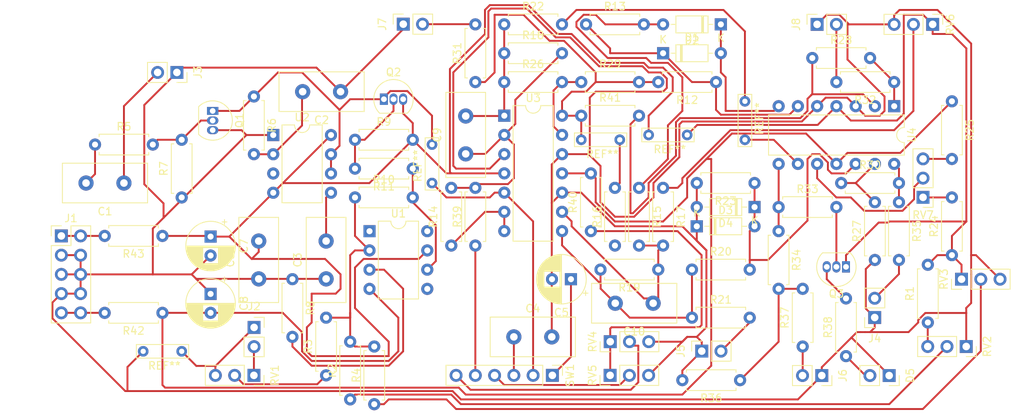
<source format=kicad_pcb>
(kicad_pcb (version 20211014) (generator pcbnew)
  (layers (0 "F.Cu" signal) (31 "B.Cu" signal) (34 "B.Paste" user) (35 "F.Paste" user) (36 "B.SilkS" user "B.Silkscreen") (37 "F.SilkS" user "F.Silkscreen") (38 "B.Mask" user) (39 "F.Mask" user) (44 "Edge.Cuts" user))
  (net 0 "")
  (net 1 "SYNC")
  (net 2 "Net-(C1-Pad2)")
  (net 3 "GND")
  (net 4 "Net-(C2-Pad2)")
  (net 5 "Net-(C3-Pad2)")
  (net 6 "Net-(C4-Pad1)")
  (net 7 "Net-(C5-Pad1)")
  (net 8 "+12V")
  (net 9 "-12V")
  (net 10 "Net-(C9-Pad1)")
  (net 11 "Net-(C9-Pad2)")
  (net 12 "Net-(C10-Pad1)")
  (net 13 "Net-(C10-Pad2)")
  (net 14 "Net-(D1-Pad1)")
  (net 15 "Net-(D1-Pad2)")
  (net 16 "Net-(D2-Pad2)")
  (net 17 "Net-(D3-Pad2)")
  (net 18 "Net-(D5-Pad2)")
  (net 19 "Net-(J2-Pad2)")
  (net 20 "Net-(J4-Pad2)")
  (net 21 "TRI")
  (net 22 "PULSE")
  (net 23 "SAW")
  (net 24 "RAMP")
  (net 25 "Net-(Q1-Pad1)")
  (net 26 "Net-(Q1-Pad2)")
  (net 27 "Net-(Q2-Pad2)")
  (net 28 "Net-(Q3-Pad2)")
  (net 29 "Net-(Q3-Pad3)")
  (net 30 "Net-(R1-Pad1)")
  (net 31 "Net-(R2-Pad1)")
  (net 32 "Net-(R10-Pad1)")
  (net 33 "Net-(R3-Pad1)")
  (net 34 "Net-(R4-Pad1)")
  (net 35 "Net-(R8-Pad2)")
  (net 36 "Net-(R10-Pad2)")
  (net 37 "Net-(R12-Pad2)")
  (net 38 "Net-(R14-Pad1)")
  (net 39 "Net-(R17-Pad1)")
  (net 40 "Net-(R22-Pad2)")
  (net 41 "Net-(R24-Pad2)")
  (net 42 "Net-(R25-Pad2)")
  (net 43 "Net-(R26-Pad2)")
  (net 44 "Net-(R27-Pad2)")
  (net 45 "Net-(R28-Pad1)")
  (net 46 "Net-(R28-Pad2)")
  (net 47 "Net-(R30-Pad2)")
  (net 48 "Net-(R33-Pad1)")
  (net 49 "Net-(R34-Pad2)")
  (net 50 "Net-(R39-Pad1)")
  (net 51 "Net-(R40-Pad1)")
  (net 52 "Net-(RV4-Pad2)")
  (net 53 "Net-(RV5-Pad2)")
  (net 54 "Net-(RV7-Pad2)")
  (net 59 "Net-(J1-Pad1)")
  (net 60 "Net-(J1-Pad10)")
  (footprint "Connector_PinHeader_2.54mm:PinHeader_1x03_P2.54mm_Vertical" (layer "F.Cu") (at 153.035 78.105 90)
    (fp_text reference "RV5")
    (fp_text value "10k")
  )
  (footprint "Package_TO_SOT_THT:TO-92_Inline" (layer "F.Cu") (at 123.19 41.635)
    (fp_text reference "Q2")
    (fp_text value "BC557")
  )
  (footprint "Capacitor_THT:C_Disc_D11.0mm_W5.0mm_P5.00mm" (layer "F.Cu") (at 106.68 65.365 90)
    (fp_text reference "C6")
    (fp_text value "100nf")
  )
  (footprint "Resistor_THT:R_Axial_DIN0207_L6.3mm_D2.5mm_P7.62mm_Horizontal" (layer "F.Cu") (at 170.18 78.74 180)
    (fp_text reference "R36")
    (fp_text value "12k")
  )
  (footprint "Resistor_THT:R_Axial_DIN0207_L6.3mm_D2.5mm_P7.62mm_Horizontal" (layer "F.Cu") (at 118.745 81.28 90)
    (fp_text reference "R2")
    (fp_text value "100k")
  )
  (footprint "Package_DIP:DIP-14_W7.62mm" (layer "F.Cu") (at 139.075 43.81)
    (fp_text reference "U3")
    (fp_text value "TL074")
  )
  (footprint "Resistor_THT:R_Axial_DIN0207_L6.3mm_D2.5mm_P7.62mm_Horizontal" (layer "F.Cu") (at 160.02 53.34 -90)
    (fp_text reference "R17")
    (fp_text value "150k")
  )
  (footprint "Resistor_THT:R_Axial_DIN0207_L6.3mm_D2.5mm_P7.62mm_Horizontal" (layer "F.Cu") (at 179.705 36.195)
    (fp_text reference "R28")
    (fp_text value "100k")
  )
  (footprint "Resistor_THT:R_Axial_DIN0207_L6.3mm_D2.5mm_P7.62mm_Horizontal" (layer "F.Cu") (at 175.26 55.88)
    (fp_text reference "R33")
    (fp_text value "47k")
  )
  (footprint "Capacitor_THT:CP_Radial_D6.3mm_P2.50mm" (layer "F.Cu") (at 147.867379 65.405 180)
    (fp_text reference "C5")
    (fp_text value "10uf/35V")
  )
  (footprint "Resistor_THT:R_Axial_DIN0207_L6.3mm_D2.5mm_P7.62mm_Horizontal" (layer "F.Cu") (at 194.945 71.12 90)
    (fp_text reference "R1")
    (fp_text value "12k")
  )
  (footprint "Resistor_THT:R_Axial_DIN0207_L6.3mm_D2.5mm_P7.62mm_Horizontal" (layer "F.Cu") (at 132.08 60.96 90)
    (fp_text reference "R14")
    (fp_text value "100k")
  )
  (footprint "Resistor_THT:R_Axial_DIN0207_L6.3mm_D2.5mm_P7.62mm_Horizontal" (layer "F.Cu") (at 163.83 64.135)
    (fp_text reference "R20")
    (fp_text value "150k")
  )
  (footprint "Connector_PinHeader_2.54mm:PinHeader_1x03_P2.54mm_Vertical" (layer "F.Cu") (at 199.39 65.405 90)
    (fp_text reference "RV3")
    (fp_text value "50k")
  )
  (footprint "Package_DIP:DIP-8_W7.62mm" (layer "F.Cu") (at 108.595 46.365)
    (fp_text reference "U2")
    (fp_text value "NE555P")
  )
  (footprint "Connector_PinSocket_2.54mm:PinSocket_1x02_P2.54mm_Vertical" (layer "F.Cu") (at 187.935 70.465 180)
    (fp_text reference "J4")
    (fp_text value "SINE")
  )
  (footprint "Resistor_THT:R_Axial_DIN0207_L6.3mm_D2.5mm_P7.62mm_Horizontal" (layer "F.Cu") (at 119.38 46.99)
    (fp_text reference "R9")
    (fp_text value "820R")
  )
  (footprint "Capacitor_THT:C_Disc_D11.0mm_W5.0mm_P5.00mm" (layer "F.Cu") (at 133.985 48.855 90)
    (fp_text reference "C9")
    (fp_text value "120pf")
  )
  (footprint "Resistor_THT:R_Axial_DIN0207_L6.3mm_D2.5mm_P7.62mm_Horizontal" (layer "F.Cu") (at 153.67 60.96 90)
    (fp_text reference "R16")
    (fp_text value "100k")
  )
  (footprint "Resistor_THT:R_Axial_DIN0207_L6.3mm_D2.5mm_P7.62mm_Horizontal" (layer "F.Cu") (at 191.135 55.245 -90)
    (fp_text reference "R35")
    (fp_text value "1k")
  )
  (footprint "Package_DIP:DIP-14_W7.62mm" (layer "F.Cu") (at 190.505 42.555 -90)
    (fp_text reference "U4")
    (fp_text value "TL074")
  )
  (footprint "Connector_PinSocket_2.54mm:PinSocket_1x02_P2.54mm_Vertical" (layer "F.Cu") (at 180.34 31.75 90)
    (fp_text reference "J8")
    (fp_text value "RAMP")
  )
  (footprint "Connector_PinHeader_2.54mm:PinHeader_1x03_P2.54mm_Vertical" (layer "F.Cu") (at 194.31 54.595 180)
    (fp_text reference "RV7")
    (fp_text value "10k")
  )
  (footprint "Connector_PinSocket_2.54mm:PinSocket_1x03_P2.54mm_Vertical" (layer "F.Cu") (at 106.045 78.105 -90)
    (fp_text reference "RV1")
    (fp_text value "50k")
  )
  (footprint "TestPoint:TestPoint_Bridge_Pitch5.08mm_Drill0.7mm" (layer "F.Cu") (at 129.54 47.625 -90)
    (fp_text reference "REF**")
    (fp_text value "TestPoint_Bridge_Pitch5.08mm_Drill0.7mm")
  )
  (footprint "TestPoint:TestPoint_Bridge_Pitch5.08mm_Drill0.7mm" (layer "F.Cu") (at 91.44 74.93)
    (fp_text reference "REF**")
    (fp_text value "TestPoint_Bridge_Pitch5.08mm_Drill0.7mm")
  )
  (footprint "Capacitor_THT:C_Disc_D11.0mm_W5.0mm_P5.00mm" (layer "F.Cu") (at 117.475 40.64 180)
    (fp_text reference "C2")
    (fp_text value "47nf")
  )
  (footprint "Resistor_THT:R_Axial_DIN0207_L6.3mm_D2.5mm_P7.62mm_Horizontal" (layer "F.Cu") (at 183.515 52.705)
    (fp_text reference "R30")
    (fp_text value "15k")
  )
  (footprint "Resistor_THT:R_Axial_DIN0207_L6.3mm_D2.5mm_P7.62mm_Horizontal" (layer "F.Cu") (at 149.225 43.815)
    (fp_text reference "R41")
    (fp_text value "100k")
  )
  (footprint "Connector_PinSocket_2.54mm:PinSocket_1x02_P2.54mm_Vertical" (layer "F.Cu") (at 125.75 31.725 90)
    (fp_text reference "J7")
    (fp_text value "SAW")
  )
  (footprint "Connector_PinSocket_2.54mm:PinSocket_1x02_P2.54mm_Vertical" (layer "F.Cu") (at 180.955 78.13 -90)
    (fp_text reference "J6")
    (fp_text value "PULSE")
  )
  (footprint "Resistor_THT:R_Axial_DIN0207_L6.3mm_D2.5mm_P7.62mm_Horizontal" (layer "F.Cu") (at 119.38 54.61)
    (fp_text reference "R10")
    (fp_text value "100k")
  )
  (footprint "TestPoint:TestPoint_Bridge_Pitch5.08mm_Drill0.7mm" (layer "F.Cu") (at 149.225 46.99)
    (fp_text reference "REF**")
    (fp_text value "TestPoint_Bridge_Pitch5.08mm_Drill0.7mm")
  )
  (footprint "Package_TO_SOT_THT:TO-92_Inline" (layer "F.Cu") (at 184.15 63.775 180)
    (fp_text reference "Q3")
    (fp_text value "BC547")
  )
  (footprint "Resistor_THT:R_Axial_DIN0207_L6.3mm_D2.5mm_P7.62mm_Horizontal" (layer "F.Cu") (at 178.435 74.295 90)
    (fp_text reference "R37")
    (fp_text value "1k")
  )
  (footprint "Package_TO_SOT_THT:TO-92_Inline" (layer "F.Cu") (at 100.605 43.18 -90)
    (fp_text reference "Q1")
    (fp_text value "BS170")
  )
  (footprint "Resistor_THT:R_Axial_DIN0207_L6.3mm_D2.5mm_P7.62mm_Horizontal" (layer "F.Cu") (at 135.255 39.37 90)
    (fp_text reference "R31")
    (fp_text value "1k")
  )
  (footprint "Resistor_THT:R_Axial_DIN0207_L6.3mm_D2.5mm_P7.62mm_Horizontal" (layer "F.Cu") (at 121.92 81.915 90)
    (fp_text reference "R4")
    (fp_text value "100k")
  )
  (footprint "Capacitor_THT:C_Disc_D11.0mm_W5.0mm_P5.00mm" (layer "F.Cu") (at 140.335 73.025)
    (fp_text reference "C4")
    (fp_text value "1uf")
  )
  (footprint "Capacitor_THT:C_Disc_D11.0mm_W5.0mm_P5.00mm" (layer "F.Cu") (at 158.71 68.58 180)
    (fp_text reference "C10")
    (fp_text value "1nf")
  )
  (footprint "Resistor_THT:R_Axial_DIN0207_L6.3mm_D2.5mm_P7.62mm_Horizontal" (layer "F.Cu") (at 198.12 41.91 -90)
    (fp_text reference "R25")
    (fp_text value "15k")
  )
  (footprint "Resistor_THT:R_Axial_DIN0207_L6.3mm_D2.5mm_P7.62mm_Horizontal" (layer "F.Cu") (at 149.86 31.75)
    (fp_text reference "R13")
    (fp_text value "100k")
  )
  (footprint "Capacitor_THT:C_Disc_D11.0mm_W5.0mm_P5.00mm" (layer "F.Cu") (at 88.9 52.705 180)
    (fp_text reference "C1")
    (fp_text value "10nf")
  )
  (footprint "Connector_PinHeader_2.54mm:PinHeader_2x05_P2.54mm_Vertical" (layer "F.Cu") (at 80.645 59.69)
    (fp_text reference "J1")
    (fp_text value "Conn_02x05_Top_Bottom")
  )
  (footprint "Diode_THT:D_DO-35_SOD27_P7.62mm_Horizontal" (layer "F.Cu") (at 164.465 58.42)
    (fp_text reference "D3")
    (fp_text value "1N4148")
  )
  (footprint "Resistor_THT:R_Axial_DIN0207_L6.3mm_D2.5mm_P7.62mm_Horizontal" (layer "F.Cu") (at 190.5 39.37 180)
    (fp_text reference "R32")
    (fp_text value "1k")
  )
  (footprint "Resistor_THT:R_Axial_DIN0207_L6.3mm_D2.5mm_P7.62mm_Horizontal" (layer "F.Cu") (at 167.005 39.37 180)
    (fp_text reference "R12")
    (fp_text value "100k")
  )
  (footprint "Capacitor_THT:CP_Radial_D6.3mm_P2.50mm" (layer "F.Cu") (at 100.33 67.35 -90)
    (fp_text reference "C8")
    (fp_text value "10uf")
  )
  (footprint "Resistor_THT:R_Axial_DIN0207_L6.3mm_D2.5mm_P7.62mm_Horizontal" (layer "F.Cu") (at 135.255 60.96 90)
    (fp_text reference "R39")
    (fp_text value "100k")
  )
  (footprint "TestPoint:TestPoint_Bridge_Pitch5.08mm_Drill0.7mm" (layer "F.Cu") (at 170.815 46.99 90)
    (fp_text reference "REF**")
    (fp_text value "TestPoint_Bridge_Pitch5.08mm_Drill0.7mm")
  )
  (footprint "Connector_PinSocket_2.54mm:PinSocket_1x02_P2.54mm_Vertical" (layer "F.Cu") (at 165.12 74.905 90)
    (fp_text reference "J5")
    (fp_text value "TRI")
  )
  (footprint "Resistor_THT:R_Axial_DIN0207_L6.3mm_D2.5mm_P7.62mm_Horizontal" (layer "F.Cu") (at 159.385 64.135 180)
    (fp_text reference "R19")
    (fp_text value "200k")
  )
  (footprint "Diode_THT:D_DO-35_SOD27_P7.62mm_Horizontal" (layer "F.Cu") (at 172.085 55.88 180)
    (fp_text reference "D4")
    (fp_text value "1N4148")
  )
  (footprint "Resistor_THT:R_Axial_DIN0207_L6.3mm_D2.5mm_P7.62mm_Horizontal" (layer "F.Cu") (at 172.085 52.705 180)
    (fp_text reference "R23")
    (fp_text value "22k")
  )
  (footprint "Resistor_THT:R_Axial_DIN0207_L6.3mm_D2.5mm_P7.62mm_Horizontal" (layer "F.Cu") (at 149.225 39.37)
    (fp_text reference "R29")
    (fp_text value "200k")
  )
  (footprint "Resistor_THT:R_Axial_DIN0207_L6.3mm_D2.5mm_P7.62mm_Horizontal" (layer "F.Cu") (at 156.845 53.34 -90)
    (fp_text reference "R15")
    (fp_text value "50k")
  )
  (footprint "Resistor_THT:R_Axial_DIN0207_L6.3mm_D2.5mm_P7.62mm_Horizontal" (layer "F.Cu") (at 184.15 75.565 90)
    (fp_text reference "R38")
    (fp_text value "1k")
  )
  (footprint "Connector_PinSocket_2.54mm:PinSocket_1x02_P2.54mm_Vertical" (layer "F.Cu") (at 189.845 78.13 -90)
    (fp_text reference "D5")
    (fp_text value "LED")
  )
  (footprint "Resistor_THT:R_Axial_DIN0207_L6.3mm_D2.5mm_P7.62mm_Horizontal" (layer "F.Cu") (at 187.96 62.865 90)
    (fp_text reference "R27")
    (fp_text value "1.5k")
  )
  (footprint "Resistor_THT:R_Axial_DIN0207_L6.3mm_D2.5mm_P7.62mm_Horizontal" (layer "F.Cu") (at 115.57 78.105 90)
    (fp_text reference "R3")
    (fp_text value "100k")
  )
  (footprint "Resistor_THT:R_Axial_DIN0207_L6.3mm_D2.5mm_P7.62mm_Horizontal" (layer "F.Cu") (at 163.83 70.485)
    (fp_text reference "R21")
    (fp_text value "1k")
  )
  (footprint "TestPoint:TestPoint_Bridge_Pitch5.08mm_Drill0.7mm" (layer "F.Cu") (at 158.115 46.355)
    (fp_text reference "REF**")
    (fp_text value "TestPoint_Bridge_Pitch5.08mm_Drill0.7mm")
  )
  (footprint "Connector_PinSocket_2.54mm:PinSocket_1x02_P2.54mm_Vertical" (layer "F.Cu") (at 95.885 38.1 -90)
    (fp_text reference "J3")
    (fp_text value "SYNC")
  )
  (footprint "Resistor_THT:R_Axial_DIN0207_L6.3mm_D2.5mm_P7.62mm_Horizontal" (layer "F.Cu") (at 93.98 69.85 180)
    (fp_text reference "R42")
    (fp_text value "100R")
  )
  (footprint "Connector_PinHeader_2.54mm:PinHeader_1x03_P2.54mm_Vertical" (layer "F.Cu") (at 195.58 31.75 -90)
    (fp_text reference "RV6")
    (fp_text value "50k")
  )
  (footprint "Resistor_THT:R_Axial_DIN0207_L6.3mm_D2.5mm_P7.62mm_Horizontal" (layer "F.Cu") (at 139.065 31.75)
    (fp_text reference "R22")
    (fp_text value "10k")
  )
  (footprint "Resistor_THT:R_Axial_DIN0207_L6.3mm_D2.5mm_P7.62mm_Horizontal" (layer "F.Cu") (at 198.12 62.23 90)
    (fp_text reference "R24")
    (fp_text value "15k")
  )
  (footprint "Capacitor_THT:CP_Radial_D6.3mm_P2.50mm" (layer "F.Cu") (at 100.33 59.777621 -90)
    (fp_text reference "C7")
    (fp_text value "10 uf")
  )
  (footprint "Resistor_THT:R_Axial_DIN0207_L6.3mm_D2.5mm_P7.62mm_Horizontal" (layer "F.Cu") (at 106.045 41.275 -90)
    (fp_text reference "R6")
    (fp_text value "1k")
  )
  (footprint "Connector_PinHeader_2.54mm:PinHeader_1x06_P2.54mm_Vertical" (layer "F.Cu") (at 145.415 78.105 -90)
    (fp_text reference "SW1")
    (fp_text value "SW_Push_DPDT")
  )
  (footprint "Resistor_THT:R_Axial_DIN0207_L6.3mm_D2.5mm_P7.62mm_Horizontal" (layer "F.Cu") (at 139.065 39.37)
    (fp_text reference "R26")
    (fp_text value "100k")
  )
  (footprint "Connector_PinSocket_2.54mm:PinSocket_1x03_P2.54mm_Vertical" (layer "F.Cu") (at 200.01 74.295 -90)
    (fp_text reference "RV2")
    (fp_text value "10k")
  )
  (footprint "Diode_THT:D_DO-35_SOD27_P7.62mm_Horizontal" (layer "F.Cu") (at 167.64 31.75 180)
    (fp_text reference "D2")
    (fp_text value "1N4148")
  )
  (footprint "Connector_PinHeader_2.54mm:PinHeader_1x03_P2.54mm_Vertical" (layer "F.Cu") (at 153.05 73.66 90)
    (fp_text reference "RV4")
    (fp_text value "10k")
  )
  (footprint "Resistor_THT:R_Axial_DIN0207_L6.3mm_D2.5mm_P7.62mm_Horizontal" (layer "F.Cu") (at 96.52 54.61 90)
    (fp_text reference "R7")
    (fp_text value "100k")
  )
  (footprint "Package_DIP:DIP-8_W7.62mm" (layer "F.Cu") (at 121.295 59.065)
    (fp_text reference "U1")
    (fp_text value "LM741")
  )
  (footprint "Capacitor_THT:C_Disc_D11.0mm_W5.0mm_P5.00mm" (layer "F.Cu") (at 115.57 65.365 90)
    (fp_text reference "C3")
    (fp_text value "10nf")
  )
  (footprint "Resistor_THT:R_Axial_DIN0207_L6.3mm_D2.5mm_P7.62mm_Horizontal" (layer "F.Cu") (at 175.26 59.055 -90)
    (fp_text reference "R34")
    (fp_text value "10k")
  )
  (footprint "Resistor_THT:R_Axial_DIN0207_L6.3mm_D2.5mm_P7.62mm_Horizontal" (layer "F.Cu") (at 139.065 35.56)
    (fp_text reference "R18")
    (fp_text value "200k")
  )
  (footprint "Resistor_THT:R_Axial_DIN0207_L6.3mm_D2.5mm_P7.62mm_Horizontal" (layer "F.Cu") (at 150.495 59.055 90)
    (fp_text reference "R40")
    (fp_text value "2.7k")
  )
  (footprint "Resistor_THT:R_Axial_DIN0207_L6.3mm_D2.5mm_P7.62mm_Horizontal" (layer "F.Cu") (at 111.125 65.405 -90)
    (fp_text reference "R8")
    (fp_text value "8.2k")
  )
  (footprint "Resistor_THT:R_Axial_DIN0207_L6.3mm_D2.5mm_P7.62mm_Horizontal" (layer "F.Cu") (at 127 50.8 180)
    (fp_text reference "R11")
    (fp_text value "27k")
  )
  (footprint "Resistor_THT:R_Axial_DIN0207_L6.3mm_D2.5mm_P7.62mm_Horizontal" (layer "F.Cu") (at 85.09 47.625)
    (fp_text reference "R5")
    (fp_text value "10k")
  )
  (footprint "Resistor_THT:R_Axial_DIN0207_L6.3mm_D2.5mm_P7.62mm_Horizontal" (layer "F.Cu") (at 93.98 59.69 180)
    (fp_text reference "R43")
    (fp_text value "100R")
  )
  (footprint "Connector_PinSocket_2.54mm:PinSocket_1x02_P2.54mm_Vertical" (layer "F.Cu") (at 106.07 71.775)
    (fp_text reference "J2")
    (fp_text value "CV")
  )
  (footprint "Diode_THT:D_DO-35_SOD27_P7.62mm_Horizontal" (layer "F.Cu") (at 160.02 35.56)
    (fp_text reference "D1")
    (fp_text value "1N4148")
  )
  (segment (start 88.9 42.545) (end 93.345 38.1) (width 0.25) (layer "F.Cu") (net 1))
  (segment (start 88.9 52.705) (end 88.9 42.545) (width 0.25) (layer "F.Cu") (net 1))
  (segment (start 85.09 47.625) (end 85.09 51.515) (width 0.25) (layer "F.Cu") (net 2))
  (segment (start 85.09 51.515) (end 83.9 52.705) (width 0.25) (layer "F.Cu") (net 2))
  (segment (start 189.23 43.18) (end 189.23 41.275) (width 0.25) (layer "F.Cu") (net 3))
  (segment (start 136.974302 33.469302) (end 136.974302 30.032094) (width 0.25) (layer "F.Cu") (net 3))
  (segment (start 133.35 81.28) (end 177.805 81.28) (width 0.25) (layer "F.Cu") (net 3))
  (segment (start 114.3 37.465) (end 96.52 37.465) (width 0.25) (layer "F.Cu") (net 3))
  (segment (start 108.595 46.365) (end 105.056398 46.365) (width 0.25) (layer "F.Cu") (net 3))
  (segment (start 162.17 44.96) (end 162.55 44.58) (width 0.25) (layer "F.Cu") (net 3))
  (segment (start 185.425 42.555) (end 186.685 43.815) (width 0.25) (layer "F.Cu") (net 3))
  (segment (start 104.411398 45.72) (end 105.056398 46.365) (width 0.25) (layer "F.Cu") (net 3))
  (segment (start 150.35 41.42) (end 150.35 49.04) (width 0.25) (layer "F.Cu") (net 3))
  (segment (start 156.21 57.15) (end 158.75 54.61) (width 0.25) (layer "F.Cu") (net 3))
  (segment (start 187.935 71.785) (end 187.3275 72.3925) (width 0.25) (layer "F.Cu") (net 3))
  (segment (start 160.51 38.904009) (end 160.51 40.15) (width 0.25) (layer "F.Cu") (net 3))
  (segment (start 164.465 58.42) (end 164.465 55.88) (width 0.25) (layer "F.Cu") (net 3))
  (segment (start 188.595 43.815) (end 189.23 43.18) (width 0.25) (layer "F.Cu") (net 3))
  (segment (start 83.185 67.31) (end 83.185 64.77) (width 0.25) (layer "F.Cu") (net 3))
  (segment (start 94.125699 55.399255) (end 91.585 52.858556) (width 0.25) (layer "F.Cu") (net 3))
  (segment (start 162.56 73.66) (end 163.195 73.025) (width 0.25) (layer "F.Cu") (net 3))
  (segment (start 192.4025 72.3925) (end 193.675 71.12) (width 0.25) (layer "F.Cu") (net 3))
  (segment (start 98.4475 76.8575) (end 100.9875 76.8575) (width 0.25) (layer "F.Cu") (net 3))
  (segment (start 162.17 49.285) (end 162.17 44.96) (width 0.25) (layer "F.Cu") (net 3))
  (segment (start 184.541702 31.75) (end 190.5 31.75) (width 0.25) (layer "F.Cu") (net 3))
  (segment (start 181.61 30.48) (end 180.34 31.75) (width 0.25) (layer "F.Cu") (net 3))
  (segment (start 132.348557 38.095047) (end 136.974302 33.469302) (width 0.25) (layer "F.Cu") (net 3))
  (segment (start 187.96 62.865) (end 186.76 64.065) (width 0.25) (layer "F.Cu") (net 3))
  (segment (start 145.863604 33.47) (end 147.768604 33.47) (width 0.25) (layer "F.Cu") (net 3))
  (segment (start 150.198602 48.89) (end 150.349301 49.040699) (width 0.25) (layer "F.Cu") (net 3))
  (segment (start 193.675 71.12) (end 193.675 70.799009) (width 0.25) (layer "F.Cu") (net 3))
  (segment (start 184.345851 31.554149) (end 184.541702 31.75) (width 0.25) (layer "F.Cu") (net 3))
  (segment (start 160.51 40.15) (end 160.02 40.64) (width 0.25) (layer "F.Cu") (net 3))
  (segment (start 159.705991 38.1) (end 160.51 38.904009) (width 0.25) (layer "F.Cu") (net 3))
  (segment (start 100.33 67.35) (end 100.33 67.262379) (width 0.25) (layer "F.Cu") (net 3))
  (segment (start 162.56 78.74) (end 162.56 77.465) (width 0.25) (layer "F.Cu") (net 3))
  (segment (start 178.32 44.58) (end 180.345 42.555) (width 0.25) (layer "F.Cu") (net 3))
  (segment (start 189.845 78.13) (end 189.845 78.085) (width 0.25) (layer "F.Cu") (net 3))
  (segment (start 137.346396 29.66) (end 142.053604 29.66) (width 0.25) (layer "F.Cu") (net 3))
  (segment (start 200.01 69.865) (end 200.01 69.23) (width 0.25) (layer "F.Cu") (net 3))
  (segment (start 157.293604 37.28) (end 158.113604 38.1) (width 0.25) (layer "F.Cu") (net 3))
  (segment (start 200.66 64.77) (end 200.66 68.55) (width 0.25) (layer "F.Cu") (net 3))
  (segment (start 191.202919 29.845) (end 196.215 29.845) (width 0.25) (layer "F.Cu") (net 3))
  (segment (start 100.965 78.105) (end 100.965 76.88) (width 0.25) (layer "F.Cu") (net 3))
  (segment (start 181.47 41.43) (end 180.345 42.555) (width 0.25) (layer "F.Cu") (net 3))
  (segment (start 153.672792 57.15) (end 156.21 57.15) (width 0.25) (layer "F.Cu") (net 3))
  (segment (start 100.605 45.72) (end 104.411398 45.72) (width 0.25) (layer "F.Cu") (net 3))
  (segment (start 136.974302 30.032094) (end 137.346396 29.66) (width 0.25) (layer "F.Cu") (net 3))
  (segment (start 91.585 42.4) (end 95.885 38.1) (width 0.25) (layer "F.Cu") (net 3))
  (segment (start 89.07 80.18) (end 89.365 80.18) (width 0.25) (layer "F.Cu") (net 3))
  (segment (start 89.365 80.18) (end 132.25 80.18) (width 0.25) (layer "F.Cu") (net 3))
  (segment (start 201.295 62.23) (end 200.66 62.23) (width 0.25) (layer "F.Cu") (net 3))
  (segment (start 193.675 70.799009) (end 194.609009 69.865) (width 0.25) (layer "F.Cu") (net 3))
  (segment (start 117.475 40.64) (end 114.3 37.465) (width 0.25) (layer "F.Cu") (net 3))
  (segment (start 190.5 31.75) (end 190.5 30.547919) (width 0.25) (layer "F.Cu") (net 3))
  (segment (start 145.335 55.33) (end 145.335 50.25) (width 0.25) (layer "F.Cu") (net 3))
  (segment (start 100.965 76.88) (end 100.9875 76.8575) (width 0.25) (layer "F.Cu") (net 3))
  (segment (start 150.35 49.04) (end 150.349301 49.040699) (width 0.25) (layer "F.Cu") (net 3))
  (segment (start 132.715 50.8) (end 132.348557 50.433557) (width 0.25) (layer "F.Cu") (net 3))
  (segment (start 151.578604 37.28) (end 157.293604 37.28) (width 0.25) (layer "F.Cu") (net 3))
  (segment (start 100.9875 76.8575) (end 106.07 71.775) (width 0.25) (layer "F.Cu") (net 3))
  (segment (start 163.195 73.025) (end 164.465 73.025) (width 0.25) (layer "F.Cu") (net 3))
  (segment (start 100.33 67.262379) (end 98.448811 65.381189) (width 0.25) (layer "F.Cu") (net 3))
  (segment (start 184.345851 31.554149) (end 183.271701 30.48) (width 0.25) (layer "F.Cu") (net 3))
  (segment (start 204.47 65.405) (end 201.295 62.23) (width 0.25) (layer "F.Cu") (net 3))
  (segment (start 200.01 69.23) (end 200.01 69.2) (width 0.25) (layer "F.Cu") (net 3))
  (segment (start 190.5 30.547919) (end 191.202919 29.845) (width 0.25) (layer "F.Cu") (net 3))
  (segment (start 132.25 80.18) (end 133.35 81.28) (width 0.25) (layer "F.Cu") (net 3))
  (segment (start 105.056398 46.365) (end 94.125699 57.295699) (width 0.25) (layer "F.Cu") (net 3))
  (segment (start 98.448811 65.381189) (end 98.465 65.365) (width 0.25) (layer "F.Cu") (net 3))
  (segment (start 83.185 62.23) (end 83.185 64.77) (width 0.25) (layer "F.Cu") (net 3))
  (segment (start 158.75 54.61) (end 158.75 52.705) (width 0.25) (layer "F.Cu") (net 3))
  (segment (start 162.56 77.465) (end 165.12 74.905) (width 0.25) (layer "F.Cu") (net 3))
  (segment (start 98.448811 65.381189) (end 97.837621 64.77) (width 0.25) (layer "F.Cu") (net 3))
  (segment (start 132.348557 50.433557) (end 132.348557 38.095047) (width 0.25) (layer "F.Cu") (net 3))
  (segment (start 150.349301 49.040699) (end 151.766396 50.457794) (width 0.25) (layer "F.Cu") (net 3))
  (segment (start 96.52 74.93) (end 98.4475 76.8575) (width 0.25) (layer "F.Cu") (net 3))
  (segment (start 165.735 61.595) (end 164.465 60.325) (width 0.25) (layer "F.Cu") (net 3))
  (segment (start 92.71 58.711398) (end 92.71 64.77) (width 0.25) (layer "F.Cu") (net 3))
  (segment (start 147.768604 33.47) (end 151.578604 37.28) (width 0.25) (layer "F.Cu") (net 3))
  (segment (start 200.66 64.77) (end 200.66 62.23) (width 0.25) (layer "F.Cu") (net 3))
  (segment (start 125.75 31.725) (end 125.75 32.365) (width 0.25) (layer "F.Cu") (net 3))
  (segment (start 187.3275 72.3925) (end 192.4025 72.3925) (width 0.25) (layer "F.Cu") (net 3))
  (segment (start 145.335 55.33) (end 146.695 53.97) (width 0.25) (layer "F.Cu") (net 3))
  (segment (start 184.345851 36.390851) (end 184.345851 31.554149) (width 0.25) (layer "F.Cu") (net 3))
  (segment (start 151.766396 55.243604) (end 153.672792 57.15) (width 0.25) (layer "F.Cu") (net 3))
  (segment (start 164.465 60.325) (end 164.465 58.42) (width 0.25) (layer "F.Cu") (net 3))
  (segment (start 158.13 73.66) (end 162.56 73.66) (width 0.25) (layer "F.Cu") (net 3))
  (segment (start 80.645 67.31) (end 79.47 68.485) (width 0.25) (layer "F.Cu") (net 3))
  (segment (start 149.22 53.97) (end 153.67 58.42) (width 0.25) (layer "F.Cu") (net 3))
  (segment (start 97.837621 64.77) (end 100.33 62.277621) (width 0.25) (layer "F.Cu") (net 3))
  (segment (start 185.5925 72.3925) (end 186.0575 72.3925) (width 0.25) (layer "F.Cu") (net 3))
  (segment (start 186.685 43.815) (end 188.595 43.815) (width 0.25) (layer "F.Cu") (net 3))
  (segment (start 185.425 42.555) (end 184.3 41.43) (width 0.25) (layer "F.Cu") (net 3))
  (segment (start 151.13 40.64) (end 150.35 41.42) (width 0.25) (layer "F.Cu") (net 3))
  (segment (start 194.609009 69.865) (end 200.01 69.865) (width 0.25) (layer "F.Cu") (net 3))
  (segment (start 162.55 44.58) (end 178.32 44.58) (width 0.25) (layer "F.Cu") (net 3))
  (segment (start 79.47 68.485) (end 79.47 70.58) (width 0.25) (layer "F.Cu") (net 3))
  (segment (start 153.67 58.42) (end 162.56 58.42) (width 0.25) (layer "F.Cu") (net 3))
  (segment (start 125.75 32.365) (end 117.475 40.64) (width 0.25) (layer "F.Cu") (net 3))
  (segment (start 196.215 29.845) (end 198.12 31.75) (width 0.25) (layer "F.Cu") (net 3))
  (segment (start 91.585 52.858556) (end 91.585 42.4) (width 0.25) (layer "F.Cu") (net 3))
  (segment (start 91.44 74.93) (end 89.365 77.005) (width 0.25) (layer "F.Cu") (net 3))
  (segment (start 80.645 67.31) (end 83.185 67.31) (width 0.25) (layer "F.Cu") (net 3))
  (segment (start 94.125699 57.295699) (end 92.71 58.711398) (width 0.25) (layer "F.Cu") (net 3))
  (segment (start 184.3 41.43) (end 181.47 41.43) (width 0.25) (layer "F.Cu") (net 3))
  (segment (start 80.645 62.23) (end 83.185 62.23) (width 0.25) (layer "F.Cu") (net 3))
  (segment (start 92.71 64.77) (end 97.837621 64.77) (width 0.25) (layer "F.Cu") (net 3))
  (segment (start 189.845 78.085) (end 184.8725 73.1125) (width 0.25) (layer "F.Cu") (net 3))
  (segment (start 145.335 50.25) (end 146.695 48.89) (width 0.25) (layer "F.Cu") (net 3))
  (segment (start 200.66 68.55) (end 200.01 69.2) (width 0.25) (layer "F.Cu") (net 3))
  (segment (start 83.185 64.77) (end 92.71 64.77) (width 0.25) (layer "F.Cu") (net 3))
  (segment (start 164.465 73.025) (end 165.12 73.68) (width 0.25) (layer "F.Cu") (net 3))
  (segment (start 164.465 73.025) (end 165.735 71.755) (width 0.25) (layer "F.Cu") (net 3))
  (segment (start 180.955 77.03) (end 184.8725 73.1125) (width 0.25) (layer "F.Cu") (net 3))
  (segment (start 200.66 34.29) (end 198.12 31.75) (width 0.25) (layer "F.Cu") (net 3))
  (segment (start 139.075 48.89) (end 137.165 50.8) (width 0.25) (layer "F.Cu") (net 3))
  (segment (start 94.125699 57.295699) (end 94.125699 55.399255) (width 0.25) (layer "F.Cu") (net 3))
  (segment (start 165.12 73.68) (end 165.12 74.905) (width 0.25) (layer "F.Cu") (net 3))
  (segment (start 200.01 74.295) (end 200.01 69.865) (width 0.25) (layer "F.Cu") (net 3))
  (segment (start 145.335 73.025) (end 145.335 55.33) (width 0.25) (layer "F.Cu") (net 3))
  (segment (start 146.695 48.89) (end 150.198602 48.89) (width 0.25) (layer "F.Cu") (net 3))
  (segment (start 189.23 41.275) (end 184.345851 36.390851) (width 0.25) (layer "F.Cu") (net 3))
  (segment (start 80.645 64.77) (end 83.185 64.77) (width 0.25) (layer "F.Cu") (net 3))
  (segment (start 186.76 69.29) (end 187.935 70.465) (width 0.25) (layer "F.Cu") (net 3))
  (segment (start 89.365 77.005) (end 89.365 80.18) (width 0.25) (layer "F.Cu") (net 3))
  (segment (start 180.955 78.13) (end 180.955 77.03) (width 0.25) (layer "F.Cu") (net 3))
  (segment (start 158.115 78.105) (end 163.195 73.025) (width 0.25) (layer "F.Cu") (net 3))
  (segment (start 158.75 52.705) (end 162.17 49.285) (width 0.25) (layer "F.Cu") (net 3))
  (segment (start 186.0575 72.3925) (end 186.6925 72.3925) (width 0.25) (layer "F.Cu") (net 3))
  (segment (start 160.02 40.64) (end 151.13 40.64) (width 0.25) (layer "F.Cu") (net 3))
  (segment (start 177.805 81.28) (end 180.955 78.13) (width 0.25) (layer "F.Cu") (net 3))
  (segment (start 165.735 61.595) (end 162.56 58.42) (width 0.25) (layer "F.Cu") (net 3))
  (segment (start 200.66 62.23) (end 200.66 34.29) (width 0.25) (layer "F.Cu") (net 3))
  (segment (start 158.113604 38.1) (end 159.705991 38.1) (width 0.25) (layer "F.Cu") (net 3))
  (segment (start 183.271701 30.48) (end 181.61 30.48) (width 0.25) (layer "F.Cu") (net 3))
  (segment (start 137.165 50.8) (end 132.715 50.8) (width 0.25) (layer "F.Cu") (net 3))
  (segment (start 184.8725 73.1125) (end 185.5925 72.3925) (width 0.25) (layer "F.Cu") (net 3))
  (segment (start 98.465 65.365) (end 115.57 65.365) (width 0.25) (layer "F.Cu") (net 3))
  (segment (start 79.47 70.58) (end 89.07 80.18) (width 0.25) (layer "F.Cu") (net 3))
  (segment (start 186.6925 72.3925) (end 187.3275 72.3925) (width 0.25) (layer "F.Cu") (net 3))
  (segment (start 142.053604 29.66) (end 145.863604 33.47) (width 0.25) (layer "F.Cu") (net 3))
  (segment (start 164.465 52.705) (end 164.465 55.88) (width 0.25) (layer "F.Cu") (net 3))
  (segment (start 190.5 31.75) (end 190.5 31.115) (width 0.25) (layer "F.Cu") (net 3))
  (segment (start 186.76 64.065) (end 186.76 69.29) (width 0.25) (layer "F.Cu") (net 3))
  (segment (start 146.695 53.97) (end 149.22 53.97) (width 0.25) (layer "F.Cu") (net 3))
  (segment (start 151.766396 50.457794) (end 151.766396 55.243604) (width 0.25) (layer "F.Cu") (net 3))
  (segment (start 187.935 70.465) (end 187.935 71.785) (width 0.25) (layer "F.Cu") (net 3))
  (segment (start 165.735 71.755) (end 165.735 61.595) (width 0.25) (layer "F.Cu") (net 3))
  (segment (start 108.595 48.905) (end 112.395 45.105) (width 0.25) (layer "F.Cu") (net 4))
  (segment (start 112.395 45.105) (end 112.395 39.965) (width 0.25) (layer "F.Cu") (net 4))
  (segment (start 106.055 48.905) (end 106.045 48.895) (width 0.25) (layer "F.Cu") (net 4))
  (segment (start 108.595 48.905) (end 106.055 48.905) (width 0.25) (layer "F.Cu") (net 4))
  (segment (start 115.57 54.63) (end 116.215 53.985) (width 0.25) (layer "F.Cu") (net 5))
  (segment (start 115.57 60.365) (end 115.57 54.63) (width 0.25) (layer "F.Cu") (net 5))
  (segment (start 140.335 78.105) (end 140.335 73.025) (width 0.25) (layer "F.Cu") (net 6))
  (segment (start 145.415 78.105) (end 147.867379 75.652621) (width 0.25) (layer "F.Cu") (net 7))
  (segment (start 147.867379 75.652621) (end 147.867379 65.405) (width 0.25) (layer "F.Cu") (net 7))
  (segment (start 200.025 34.925) (end 198.12 33.02) (width 0.25) (layer "F.Cu") (net 8))
  (segment (start 198.12 59.69) (end 200.025 57.785) (width 0.25) (layer "F.Cu") (net 8))
  (segment (start 105.754758 62.73) (end 102.802379 59.777621) (width 0.25) (layer "F.Cu") (net 8))
  (segment (start 151.765 36.83) (end 157.48 36.83) (width 0.25) (layer "F.Cu") (net 8))
  (segment (start 113.03 71.755) (end 113.03 74.927208) (width 0.25) (layer "F.Cu") (net 8))
  (segment (start 119.38 63.865) (end 120.515 62.73) (width 0.25) (layer "F.Cu") (net 8))
  (segment (start 198.12 33.02) (end 195.58 33.02) (width 0.25) (layer "F.Cu") (net 8))
  (segment (start 158.115 37.465) (end 160.02 37.465) (width 0.25) (layer "F.Cu") (net 8))
  (segment (start 189.865 57.785) (end 200.025 57.785) (width 0.25) (layer "F.Cu") (net 8))
  (segment (start 127.79 62.73) (end 128.915 61.605) (width 0.25) (layer "F.Cu") (net 8))
  (segment (start 102.802379 59.777621) (end 108.595 53.985) (width 0.25) (layer "F.Cu") (net 8))
  (segment (start 184.78 44.45) (end 182.885 42.555) (width 0.25) (layer "F.Cu") (net 8))
  (segment (start 108.595 53.985) (end 109.865 52.715) (width 0.25) (layer "F.Cu") (net 8))
  (segment (start 125.73 41.635) (end 125.73 43.520991) (width 0.25) (layer "F.Cu") (net 8))
  (segment (start 120.515 62.73) (end 127.79 62.73) (width 0.25) (layer "F.Cu") (net 8))
  (segment (start 106.68 61.804758) (end 106.68 60.365) (width 0.25) (layer "F.Cu") (net 8))
  (segment (start 136.524302 33.019302) (end 136.524302 29.845698) (width 0.25) (layer "F.Cu") (net 8))
  (segment (start 189.7275 57.9225) (end 189.865 57.785) (width 0.25) (layer "F.Cu") (net 8))
  (segment (start 180.41 45.03) (end 182.885 42.555) (width 0.25) (layer "F.Cu") (net 8))
  (segment (start 158.115 43.815) (end 158.115 46.355) (width 0.25) (layer "F.Cu") (net 8))
  (segment (start 123.822208 75.565) (end 123.823604 75.563604) (width 0.25) (layer "F.Cu") (net 8))
  (segment (start 191.77 43.538602) (end 191.77 30.48) (width 0.25) (layer "F.Cu") (net 8))
  (segment (start 195.58 33.02) (end 195.58 31.75) (width 0.25) (layer "F.Cu") (net 8))
  (segment (start 127 46.99) (end 127 46.988604) (width 0.25) (layer "F.Cu") (net 8))
  (segment (start 199.39 65.405) (end 199.39 63.5) (width 0.25) (layer "F.Cu") (net 8))
  (segment (start 100.33 59.777621) (end 102.802379 59.777621) (width 0.25) (layer "F.Cu") (net 8))
  (segment (start 109.865 52.715) (end 116.215 46.365) (width 0.25) (layer "F.Cu") (net 8))
  (segment (start 196.215 62.23) (end 194.945 63.5) (width 0.25) (layer "F.Cu") (net 8))
  (segment (start 123.823604 73.658604) (end 119.38 69.215) (width 0.25) (layer "F.Cu") (net 8))
  (segment (start 105.754758 62.73) (end 106.68 61.804758) (width 0.25) (layer "F.Cu") (net 8))
  (segment (start 163.195 46.355) (end 164.52 45.03) (width 0.25) (layer "F.Cu") (net 8))
  (segment (start 123.823604 75.563604) (end 123.823604 73.658604) (width 0.25) (layer "F.Cu") (net 8))
  (segment (start 146.05 33.02) (end 147.955 33.02) (width 0.25) (layer "F.Cu") (net 8))
  (segment (start 113.665 71.12) (end 113.03 71.755) (width 0.25) (layer "F.Cu") (net 8))
  (segment (start 105.754758 62.73) (end 115.435 62.73) (width 0.25) (layer "F.Cu") (net 8))
  (segment (start 136.524302 29.845698) (end 137.16 29.21) (width 0.25) (layer "F.Cu") (net 8))
  (segment (start 198.12 62.23) (end 196.215 62.23) (width 0.25) (layer "F.Cu") (net 8))
  (segment (start 119.38 69.215) (end 119.38 63.865) (width 0.25) (layer "F.Cu") (net 8))
  (segment (start 139.075 51.43) (end 132.075 51.43) (width 0.25) (layer "F.Cu") (net 8))
  (segment (start 117.475 64.77) (end 117.475 66.675) (width 0.25) (layer "F.Cu") (net 8))
  (segment (start 142.24 29.21) (end 146.05 33.02) (width 0.25) (layer "F.Cu") (net 8))
  (segment (start 93.98 59.69) (end 100.242379 59.69) (width 0.25) (layer "F.Cu") (net 8))
  (segment (start 157.48 36.83) (end 158.115 37.465) (width 0.25) (layer "F.Cu") (net 8))
  (segment (start 115.435 62.73) (end 117.475 64.77) (width 0.25) (layer "F.Cu") (net 8))
  (segment (start 131.898557 37.645047) (end 136.524302 33.019302) (width 0.25) (layer "F.Cu") (net 8))
  (segment (start 200.025 57.785) (end 200.025 34.925) (width 0.25) (layer "F.Cu") (net 8))
  (segment (start 191.77 30.48) (end 194.31 30.48) (width 0.25) (layer "F.Cu") (net 8))
  (segment (start 188.4575 57.9225) (end 189.7275 57.9225) (width 0.25) (layer "F.Cu") (net 8))
  (segment (start 147.955 33.02) (end 151.765 36.83) (width 0.25) (layer "F.Cu") (net 8))
  (segment (start 117.475 66.675) (end 116.84 67.31) (width 0.25) (layer "F.Cu") (net 8))
  (segment (start 116.84 67.31) (end 113.665 67.31) (width 0.25) (layer "F.Cu") (net 8))
  (segment (start 132.075 51.43) (end 131.898557 51.253557) (width 0.25) (layer "F.Cu") (net 8))
  (segment (start 160.02 37.465) (end 161.29 38.735) (width 0.25) (layer "F.Cu") (net 8))
  (segment (start 184.15 62.23) (end 188.4575 57.9225) (width 0.25) (layer "F.Cu") (net 8))
  (segment (start 131.898557 51.253557) (end 131.898557 37.645047) (width 0.25) (layer "F.Cu") (net 8))
  (segment (start 113.03 74.927208) (end 113.667792 75.565) (width 0.25) (layer "F.Cu") (net 8))
  (segment (start 127 44.790991) (end 125.73 43.520991) (width 0.25) (layer "F.Cu") (net 8))
  (segment (start 199.39 63.5) (end 198.12 62.23) (width 0.25) (layer "F.Cu") (net 8))
  (segment (start 137.16 29.21) (end 142.24 29.21) (width 0.25) (layer "F.Cu") (net 8))
  (segment (start 161.29 40.64) (end 158.115 43.815) (width 0.25) (layer "F.Cu") (net 8))
  (segment (start 164.52 45.03) (end 180.41 45.03) (width 0.25) (layer "F.Cu") (net 8))
  (segment (start 113.665 67.31) (end 113.665 71.12) (width 0.25) (layer "F.Cu") (net 8))
  (segment (start 161.29 38.735) (end 161.29 40.64) (width 0.25) (layer "F.Cu") (net 8))
  (segment (start 121.275 52.715) (end 127 46.99) (width 0.25) (layer "F.Cu") (net 8))
  (segment (start 191.77 43.538602) (end 190.858602 44.45) (width 0.25) (layer "F.Cu") (net 8))
  (segment (start 190.858602 44.45) (end 184.78 44.45) (width 0.25) (layer "F.Cu") (net 8))
  (segment (start 198.12 62.23) (end 198.12 59.69) (width 0.25) (layer "F.Cu") (net 8))
  (segment (start 131.44 51.43) (end 132.075 51.43) (width 0.25) (layer "F.Cu") (net 8))
  (segment (start 194.31 30.48) (end 195.58 31.75) (width 0.25) (layer "F.Cu") (net 8))
  (segment (start 113.667792 75.565) (end 123.822208 75.565) (width 0.25) (layer "F.Cu") (net 8))
  (segment (start 184.15 63.775) (end 184.15 62.23) (width 0.25) (layer "F.Cu") (net 8))
  (segment (start 100.242379 59.69) (end 100.33 59.777621) (width 0.25) (layer "F.Cu") (net 8))
  (segment (start 127 46.99) (end 131.44 51.43) (width 0.25) (layer "F.Cu") (net 8))
  (segment (start 127 46.99) (end 127 44.790991) (width 0.25) (layer "F.Cu") (net 8))
  (segment (start 109.865 52.715) (end 121.275 52.715) (width 0.25) (layer "F.Cu") (net 8))
  (segment (start 123.823604 76.2) (end 125.094302 74.929302) (width 0.25) (layer "F.Cu") (net 9))
  (segment (start 151.13 52.07) (end 151.13 55.243604) (width 0.25) (layer "F.Cu") (net 9))
  (segment (start 93.98 69.85) (end 100.33 69.85) (width 0.25) (layer "F.Cu") (net 9))
  (segment (start 198.12 41.91) (end 191.304301 48.725699) (width 0.25) (layer "F.Cu") (net 9))
  (segment (start 109.855 69.85) (end 112.395 72.39) (width 0.25) (layer "F.Cu") (net 9))
  (segment (start 166.37 49.53) (end 165.735 49.53) (width 0.25) (layer "F.Cu") (net 9))
  (segment (start 133.07 79.73) (end 133.985 80.645) (width 0.25) (layer "F.Cu") (net 9))
  (segment (start 100.33 69.85) (end 109.855 69.85) (width 0.25) (layer "F.Cu") (net 9))
  (segment (start 93.98 69.85) (end 93.98 79.375) (width 0.25) (layer "F.Cu") (net 9))
  (segment (start 133.985 80.645) (end 162.56 80.645) (width 0.25) (layer "F.Cu") (net 9))
  (segment (start 113.666396 76.2) (end 123.823604 76.2) (width 0.25) (layer "F.Cu") (net 9))
  (segment (start 125.094302 74.929302) (end 125.094302 70.484302) (width 0.25) (layer "F.Cu") (net 9))
  (segment (start 165.735 49.53) (end 169.095 46.17) (width 0.25) (layer "F.Cu") (net 9))
  (segment (start 169.095 46.17) (end 178.88 46.17) (width 0.25) (layer "F.Cu") (net 9))
  (segment (start 112.395 72.39) (end 112.395 74.928604) (width 0.25) (layer "F.Cu") (net 9))
  (segment (start 125.094302 70.484302) (end 121.295 66.685) (width 0.25) (layer "F.Cu") (net 9))
  (segment (start 151.13 55.243604) (end 153.671396 57.785) (width 0.25) (layer "F.Cu") (net 9))
  (segment (start 178.88 46.17) (end 182.885 50.175) (width 0.25) (layer "F.Cu") (net 9))
  (segment (start 160.02 57.785) (end 163.195 54.61) (width 0.25) (layer "F.Cu") (net 9))
  (segment (start 162.56 80.645) (end 166.37 76.835) (width 0.25) (layer "F.Cu") (net 9))
  (segment (start 146.695 51.43) (end 150.49 51.43) (width 0.25) (layer "F.Cu") (net 9))
  (segment (start 150.495 51.435) (end 151.13 52.07) (width 0.25) (layer "F.Cu") (net 9))
  (segment (start 184.334301 48.725699) (end 182.885 50.175) (width 0.25) (layer "F.Cu") (net 9))
  (segment (start 93.98 79.375) (end 94.335 79.73) (width 0.25) (layer "F.Cu") (net 9))
  (segment (start 153.671396 57.785) (end 160.02 57.785) (width 0.25) (layer "F.Cu") (net 9))
  (segment (start 94.335 79.73) (end 133.07 79.73) (width 0.25) (layer "F.Cu") (net 9))
  (segment (start 112.395 74.928604) (end 113.666396 76.2) (width 0.25) (layer "F.Cu") (net 9))
  (segment (start 163.195 52.07) (end 165.735 49.53) (width 0.25) (layer "F.Cu") (net 9))
  (segment (start 163.195 54.61) (end 163.195 52.07) (width 0.25) (layer "F.Cu") (net 9))
  (segment (start 150.49 51.43) (end 150.495 51.435) (width 0.25) (layer "F.Cu") (net 9))
  (segment (start 166.37 76.835) (end 166.37 49.53) (width 0.25) (layer "F.Cu") (net 9))
  (segment (start 191.304301 48.725699) (end 184.334301 48.725699) (width 0.25) (layer "F.Cu") (net 9))
  (segment (start 140.528601 44.896399) (end 139.075 46.35) (width 0.25) (layer "F.Cu") (net 10))
  (segment (start 135.255 53.34) (end 132.08 53.34) (width 0.25) (layer "F.Cu") (net 10))
  (segment (start 136.57 48.855) (end 139.075 46.35) (width 0.25) (layer "F.Cu") (net 10))
  (segment (start 135.255 53.34) (end 135.75 52.845) (width 0.25) (layer "F.Cu") (net 10))
  (segment (start 140.335 52.07) (end 140.335 47.61) (width 0.25) (layer "F.Cu") (net 10))
  (segment (start 135.75 52.845) (end 139.56 52.845) (width 0.25) (layer "F.Cu") (net 10))
  (segment (start 133.985 48.855) (end 136.57 48.855) (width 0.25) (layer "F.Cu") (net 10))
  (segment (start 140.528601 41.716399) (end 140.528601 44.896399) (width 0.25) (layer "F.Cu") (net 10))
  (segment (start 139.56 52.845) (end 140.335 52.07) (width 0.25) (layer "F.Cu") (net 10))
  (segment (start 140.335 47.61) (end 139.075 46.35) (width 0.25) (layer "F.Cu") (net 10))
  (segment (start 146.685 35.56) (end 140.528601 41.716399) (width 0.25) (layer "F.Cu") (net 10))
  (segment (start 133.985 43.855) (end 139.03 43.855) (width 0.25) (layer "F.Cu") (net 11))
  (segment (start 139.065 35.56) (end 139.065 31.75) (width 0.25) (layer "F.Cu") (net 11))
  (segment (start 139.03 43.855) (end 139.075 43.81) (width 0.25) (layer "F.Cu") (net 11))
  (segment (start 139.065 39.37) (end 139.065 43.8) (width 0.25) (layer "F.Cu") (net 11))
  (segment (start 139.065 43.8) (end 139.075 43.81) (width 0.25) (layer "F.Cu") (net 11))
  (segment (start 139.065 39.37) (end 139.065 35.56) (width 0.25) (layer "F.Cu") (net 11))
  (segment (start 147.955 57.77) (end 147.955 58.42) (width 0.25) (layer "F.Cu") (net 12))
  (segment (start 159.385 61.595) (end 160.02 60.96) (width 0.25) (layer "F.Cu") (net 12))
  (segment (start 156.845 60.96) (end 160.02 60.96) (width 0.25) (layer "F.Cu") (net 12))
  (segment (start 158.075 67.945) (end 158.71 68.58) (width 0.25) (layer "F.Cu") (net 12))
  (segment (start 159.385 64.135) (end 159.385 67.905) (width 0.25) (layer "F.Cu") (net 12))
  (segment (start 159.385 64.135) (end 159.385 61.595) (width 0.25) (layer "F.Cu") (net 12))
  (segment (start 157.48 67.945) (end 158.075 67.945) (width 0.25) (layer "F.Cu") (net 12))
  (segment (start 146.695 56.51) (end 147.955 57.77) (width 0.25) (layer "F.Cu") (net 12))
  (segment (start 147.955 58.42) (end 157.48 67.945) (width 0.25) (layer "F.Cu") (net 12))
  (segment (start 159.385 67.905) (end 158.71 68.58) (width 0.25) (layer "F.Cu") (net 12))
  (segment (start 153.71 68.58) (end 151.785 66.655) (width 0.25) (layer "F.Cu") (net 13))
  (segment (start 155.615 70.485) (end 153.71 68.58) (width 0.25) (layer "F.Cu") (net 13))
  (segment (start 151.765 66) (end 151.785 66.02) (width 0.25) (layer "F.Cu") (net 13))
  (segment (start 151.765 66) (end 151.765 64.135) (width 0.25) (layer "F.Cu") (net 13))
  (segment (start 146.695 59.05) (end 146.695 60.93) (width 0.25) (layer "F.Cu") (net 13))
  (segment (start 151.785 66.655) (end 151.785 66.02) (width 0.25) (layer "F.Cu") (net 13))
  (segment (start 163.83 70.485) (end 155.615 70.485) (width 0.25) (layer "F.Cu") (net 13))
  (segment (start 163.83 70.485) (end 163.83 64.135) (width 0.25) (layer "F.Cu") (net 13))
  (segment (start 146.695 60.93) (end 151.785 66.02) (width 0.25) (layer "F.Cu") (net 13))
  (segment (start 163.83 39.37) (end 160.02 35.56) (width 0.25) (layer "F.Cu") (net 14))
  (segment (start 167.64 43.68) (end 176.68 43.68) (width 0.25) (layer "F.Cu") (net 14))
  (segment (start 153.035 34.925) (end 153.035 35.56) (width 0.25) (layer "F.Cu") (net 14))
  (segment (start 176.68 43.68) (end 177.805 42.555) (width 0.25) (layer "F.Cu") (net 14))
  (segment (start 167.005 39.37) (end 163.83 39.37) (width 0.25) (layer "F.Cu") (net 14))
  (segment (start 153.035 35.56) (end 160.02 35.56) (width 0.25) (layer "F.Cu") (net 14))
  (segment (start 167.005 39.37) (end 167.005 43.045) (width 0.25) (layer "F.Cu") (net 14))
  (segment (start 149.86 31.75) (end 153.035 34.925) (width 0.25) (layer "F.Cu") (net 14))
  (segment (start 167.005 43.045) (end 167.64 43.68) (width 0.25) (layer "F.Cu") (net 14))
  (segment (start 167.64 35.56) (end 167.64 38.1) (width 0.25) (layer "F.Cu") (net 15))
  (segment (start 168.275 43.18) (end 174.64 43.18) (width 0.25) (layer "F.Cu") (net 15))
  (segment (start 174.64 43.18) (end 175.265 42.555) (width 0.25) (layer "F.Cu") (net 15))
  (segment (start 167.64 35.56) (end 167.64 31.75) (width 0.25) (layer "F.Cu") (net 15))
  (segment (start 167.64 38.1) (end 168.275 38.735) (width 0.25) (layer "F.Cu") (net 15))
  (segment (start 168.275 38.735) (end 168.275 43.18) (width 0.25) (layer "F.Cu") (net 15))
  (segment (start 151.13 30.48) (end 152.4 31.75) (width 0.25) (layer "F.Cu") (net 16))
  (segment (start 152.4 31.75) (end 157.48 31.75) (width 0.25) (layer "F.Cu") (net 16))
  (segment (start 162.56 43.178604) (end 162.56 41.275) (width 0.25) (layer "F.Cu") (net 16))
  (segment (start 162.56 38.736396) (end 160.653604 36.83) (width 0.25) (layer "F.Cu") (net 16))
  (segment (start 160.653604 36.83) (end 158.435991 36.83) (width 0.25) (layer "F.Cu") (net 16))
  (segment (start 157.800991 36.195) (end 152.714009 36.195) (width 0.25) (layer "F.Cu") (net 16))
  (segment (start 158.435991 36.83) (end 157.800991 36.195) (width 0.25) (layer "F.Cu") (net 16))
  (segment (start 149.539009 30.48) (end 151.13 30.48) (width 0.25) (layer "F.Cu") (net 16))
  (segment (start 162.56 41.275) (end 162.56 38.736396) (width 0.25) (layer "F.Cu") (net 16))
  (segment (start 160.653604 45.085) (end 162.56 43.178604) (width 0.25) (layer "F.Cu") (net 16))
  (segment (start 162.56 41.91) (end 162.56 41.275) (width 0.25) (layer "F.Cu") (net 16))
  (segment (start 156.845 53.34) (end 156.845 53.337208) (width 0.25) (layer "F.Cu") (net 16))
  (segment (start 160.653604 49.528604) (end 160.653604 45.085) (width 0.25) (layer "F.Cu") (net 16))
  (segment (start 148.59 31.429009) (end 149.539009 30.48) (width 0.25) (layer "F.Cu") (net 16))
  (segment (start 152.714009 36.195) (end 148.59 32.070991) (width 0.25) (layer "F.Cu") (net 16))
  (segment (start 156.845 53.337208) (end 160.653604 49.528604) (width 0.25) (layer "F.Cu") (net 16))
  (segment (start 157.48 31.75) (end 160.02 31.75) (width 0.25) (layer "F.Cu") (net 16))
  (segment (start 148.59 32.070991) (end 148.59 31.429009) (width 0.25) (layer "F.Cu") (net 16))
  (segment (start 173.86637 62.865) (end 179.07 57.66137) (width 0.25) (layer "F.Cu") (net 17))
  (segment (start 171.45 59.055) (end 172.085 58.42) (width 0.25) (layer "F.Cu") (net 17))
  (segment (start 181.76 49.999009) (end 181.76 50.95) (width 0.25) (layer "F.Cu") (net 17))
  (segment (start 180.655991 48.895) (end 181.76 49.999009) (width 0.25) (layer "F.Cu") (net 17))
  (segment (start 179.705 48.895) (end 180.655991 48.895) (width 0.25) (layer "F.Cu") (net 17))
  (segment (start 171.45 62.865) (end 171.45 59.055) (width 0.25) (layer "F.Cu") (net 17))
  (segment (start 182.245 51.435) (end 184.165 51.435) (width 0.25) (layer "F.Cu") (net 17))
  (segment (start 181.76 50.95) (end 182.245 51.435) (width 0.25) (layer "F.Cu") (net 17))
  (segment (start 172.085 55.88) (end 172.085 52.705) (width 0.25) (layer "F.Cu") (net 17))
  (segment (start 171.45 64.135) (end 171.45 62.865) (width 0.25) (layer "F.Cu") (net 17))
  (segment (start 172.085 58.42) (end 172.085 55.88) (width 0.25) (layer "F.Cu") (net 17))
  (segment (start 179.07 57.66137) (end 179.07 49.53) (width 0.25) (layer "F.Cu") (net 17))
  (segment (start 171.45 62.865) (end 173.86637 62.865) (width 0.25) (layer "F.Cu") (net 17))
  (segment (start 184.165 51.435) (end 185.425 50.175) (width 0.25) (layer "F.Cu") (net 17))
  (segment (start 179.07 49.53) (end 179.705 48.895) (width 0.25) (layer "F.Cu") (net 17))
  (segment (start 184.15 75.565) (end 186.715 78.13) (width 0.25) (layer "F.Cu") (net 18))
  (segment (start 186.715 78.13) (end 187.305 78.13) (width 0.25) (layer "F.Cu") (net 18))
  (segment (start 106.045 74.34) (end 106.07 74.315) (width 0.25) (layer "F.Cu") (net 19))
  (segment (start 106.045 78.105) (end 106.045 74.34) (width 0.25) (layer "F.Cu") (net 19))
  (segment (start 191.135 64.725) (end 191.135 62.865) (width 0.25) (layer "F.Cu") (net 20))
  (segment (start 187.935 67.925) (end 191.135 64.725) (width 0.25) (layer "F.Cu") (net 20))
  (segment (start 171.45 71.115) (end 171.45 70.485) (width 0.25) (layer "F.Cu") (net 21))
  (segment (start 167.66 74.905) (end 171.45 71.115) (width 0.25) (layer "F.Cu") (net 21))
  (segment (start 178.435 78.11) (end 178.415 78.13) (width 0.25) (layer "F.Cu") (net 22))
  (segment (start 178.435 74.295) (end 178.435 78.11) (width 0.25) (layer "F.Cu") (net 22))
  (segment (start 128.29 31.725) (end 135.23 31.725) (width 0.25) (layer "F.Cu") (net 23))
  (segment (start 135.23 31.725) (end 135.255 31.75) (width 0.25) (layer "F.Cu") (net 23))
  (segment (start 182.88 39.37) (end 182.88 31.75) (width 0.25) (layer "F.Cu") (net 24))
  (segment (start 123.19 41.41) (end 124.04 40.56) (width 0.25) (layer "F.Cu") (net 25))
  (segment (start 112.403833 38.1) (end 109.22 38.1) (width 0.25) (layer "F.Cu") (net 25))
  (segment (start 126.285 40.56) (end 129.54 43.815) (width 0.25) (layer "F.Cu") (net 25))
  (segment (start 129.54 43.815) (end 129.54 47.625) (width 0.25) (layer "F.Cu") (net 25))
  (segment (start 124.04 40.56) (end 126.285 40.56) (width 0.25) (layer "F.Cu") (net 25))
  (segment (start 131.445 54.61) (end 137.16 54.61) (width 0.25) (layer "F.Cu") (net 25))
  (segment (start 100.605 43.18) (end 104.14 43.18) (width 0.25) (layer "F.Cu") (net 25))
  (segment (start 117.34 43.036167) (end 118.741167 41.635) (width 0.25) (layer "F.Cu") (net 25))
  (segment (start 123.19 41.635) (end 123.19 41.41) (width 0.25) (layer "F.Cu") (net 25))
  (segment (start 129.54 52.705) (end 131.445 54.61) (width 0.25) (layer "F.Cu") (net 25))
  (segment (start 116.215 48.905) (end 117.34 47.78) (width 0.25) (layer "F.Cu") (net 25))
  (segment (start 137.8 53.97) (end 139.075 53.97) (width 0.25) (layer "F.Cu") (net 25))
  (segment (start 116.215 48.905) (end 116.215 51.445) (width 0.25) (layer "F.Cu") (net 25))
  (segment (start 142.875 57.77) (end 139.075 53.97) (width 0.25) (layer "F.Cu") (net 25))
  (segment (start 137.16 54.61) (end 137.8 53.97) (width 0.25) (layer "F.Cu") (net 25))
  (segment (start 117.34 43.036167) (end 112.403833 38.1) (width 0.25) (layer "F.Cu") (net 25))
  (segment (start 109.22 38.1) (end 106.045 41.275) (width 0.25) (layer "F.Cu") (net 25))
  (segment (start 118.741167 41.635) (end 123.19 41.635) (width 0.25) (layer "F.Cu") (net 25))
  (segment (start 117.34 47.78) (end 117.34 43.036167) (width 0.25) (layer "F.Cu") (net 25))
  (segment (start 142.875 78.105) (end 142.875 57.77) (width 0.25) (layer "F.Cu") (net 25))
  (segment (start 104.14 43.18) (end 106.045 41.275) (width 0.25) (layer "F.Cu") (net 25))
  (segment (start 96.52 46.99) (end 93.345 46.99) (width 0.25) (layer "F.Cu") (net 26))
  (segment (start 93.345 46.99) (end 92.71 47.625) (width 0.25) (layer "F.Cu") (net 26))
  (segment (start 96.52 46.99) (end 99.06 44.45) (width 0.25) (layer "F.Cu") (net 26))
  (segment (start 99.06 44.45) (end 100.605 44.45) (width 0.25) (layer "F.Cu") (net 26))
  (segment (start 119.38 50.8) (end 119.38 46.99) (width 0.25) (layer "F.Cu") (net 27))
  (segment (start 124.46 43.18) (end 124.46 41.635) (width 0.25) (layer "F.Cu") (net 27))
  (segment (start 120.65 46.99) (end 124.46 43.18) (width 0.25) (layer "F.Cu") (net 27))
  (segment (start 119.38 46.99) (end 120.65 46.99) (width 0.25) (layer "F.Cu") (net 27))
  (segment (start 182.88 55.88) (end 182.88 63.775) (width 0.25) (layer "F.Cu") (net 28))
  (segment (start 184.15 67.945) (end 181.61 65.405) (width 0.25) (layer "F.Cu") (net 29))
  (segment (start 181.61 65.405) (end 181.61 63.775) (width 0.25) (layer "F.Cu") (net 29))
  (segment (start 194.93 71.135) (end 194.945 71.12) (width 0.25) (layer "F.Cu") (net 30))
  (segment (start 194.93 74.295) (end 194.93 71.135) (width 0.25) (layer "F.Cu") (net 30))
  (segment (start 133.341104 81.9075) (end 132.078604 80.645) (width 0.25) (layer "F.Cu") (net 31))
  (segment (start 132.078604 80.645) (end 119.38 80.645) (width 0.25) (layer "F.Cu") (net 31))
  (segment (start 189.8575 81.9075) (end 133.341104 81.9075) (width 0.25) (layer "F.Cu") (net 31))
  (segment (start 119.38 80.645) (end 118.745 81.28) (width 0.25) (layer "F.Cu") (net 31))
  (segment (start 197.47 74.295) (end 189.8575 81.9075) (width 0.25) (layer "F.Cu") (net 31))
  (segment (start 118.745 69.85) (end 118.745 70.485) (width 0.25) (layer "F.Cu") (net 32))
  (segment (start 119.37 61.605) (end 118.745 62.23) (width 0.25) (layer "F.Cu") (net 32))
  (segment (start 121.295 61.605) (end 119.37 61.605) (width 0.25) (layer "F.Cu") (net 32))
  (segment (start 118.745 62.23) (end 118.745 69.85) (width 0.25) (layer "F.Cu") (net 32))
  (segment (start 118.745 70.485) (end 115.57 70.485) (width 0.25) (layer "F.Cu") (net 32))
  (segment (start 119.38 74.295) (end 118.745 73.66) (width 0.25) (layer "F.Cu") (net 32))
  (segment (start 118.745 73.66) (end 118.745 69.85) (width 0.25) (layer "F.Cu") (net 32))
  (segment (start 119.38 54.61) (end 119.38 59.69) (width 0.25) (layer "F.Cu") (net 32))
  (segment (start 121.92 74.295) (end 119.38 74.295) (width 0.25) (layer "F.Cu") (net 32))
  (segment (start 119.38 59.69) (end 121.295 61.605) (width 0.25) (layer "F.Cu") (net 32))
  (segment (start 103.505 78.105) (end 104.68 79.28) (width 0.25) (layer "F.Cu") (net 33))
  (segment (start 114.395 79.28) (end 115.57 78.105) (width 0.25) (layer "F.Cu") (net 33))
  (segment (start 104.68 79.28) (end 114.395 79.28) (width 0.25) (layer "F.Cu") (net 33))
  (segment (start 131.445 81.28) (end 132.715 82.55) (width 0.25) (layer "F.Cu") (net 34))
  (segment (start 194.286444 82.55) (end 201.93 74.906444) (width 0.25) (layer "F.Cu") (net 34))
  (segment (start 123.825 81.28) (end 131.445 81.28) (width 0.25) (layer "F.Cu") (net 34))
  (segment (start 121.92 81.915) (end 123.19 81.915) (width 0.25) (layer "F.Cu") (net 34))
  (segment (start 201.93 74.906444) (end 201.93 65.405) (width 0.25) (layer "F.Cu") (net 34))
  (segment (start 123.19 81.915) (end 123.825 81.28) (width 0.25) (layer "F.Cu") (net 34))
  (segment (start 132.715 82.55) (end 194.286444 82.55) (width 0.25) (layer "F.Cu") (net 34))
  (segment (start 111.125 73.025) (end 111.125 74.295) (width 0.25) (layer "F.Cu") (net 35))
  (segment (start 123.2 64.145) (end 121.295 64.145) (width 0.25) (layer "F.Cu") (net 35))
  (segment (start 123.825 76.835) (end 125.73 74.93) (width 0.25) (layer "F.Cu") (net 35))
  (segment (start 111.125 74.295) (end 113.665 76.835) (width 0.25) (layer "F.Cu") (net 35))
  (segment (start 113.665 76.835) (end 123.825 76.835) (width 0.25) (layer "F.Cu") (net 35))
  (segment (start 125.73 66.675) (end 123.2 64.145) (width 0.25) (layer "F.Cu") (net 35))
  (segment (start 125.73 74.93) (end 125.73 66.675) (width 0.25) (layer "F.Cu") (net 35))
  (segment (start 127 50.8) (end 127 55.245) (width 0.25) (layer "F.Cu") (net 36))
  (segment (start 130.04 63.02) (end 128.915 64.145) (width 0.25) (layer "F.Cu") (net 36))
  (segment (start 127 55.245) (end 130.04 58.285) (width 0.25) (layer "F.Cu") (net 36))
  (segment (start 130.04 58.285) (end 130.04 63.02) (width 0.25) (layer "F.Cu") (net 36))
  (segment (start 137.795 30.48) (end 141.605 30.48) (width 0.25) (layer "F.Cu") (net 37))
  (segment (start 146.95 33.92) (end 151.13 38.1) (width 0.25) (layer "F.Cu") (net 37))
  (segment (start 149.225 46.99) (end 149.225 43.815) (width 0.25) (layer "F.Cu") (net 37))
  (segment (start 147.955 40.64) (end 146.695 41.9) (width 0.25) (layer "F.Cu") (net 37))
  (segment (start 146.7 43.815) (end 146.695 43.81) (width 0.25) (layer "F.Cu") (net 37))
  (segment (start 149.86 40.64) (end 147.955 40.64) (width 0.25) (layer "F.Cu") (net 37))
  (segment (start 149.225 43.815) (end 146.7 43.815) (width 0.25) (layer "F.Cu") (net 37))
  (segment (start 141.605 30.48) (end 145.045 33.92) (width 0.25) (layer "F.Cu") (net 37))
  (segment (start 137.795 38.1) (end 137.795 30.48) (width 0.25) (layer "F.Cu") (net 37))
  (segment (start 156.845 39.37) (end 151.13 39.37) (width 0.25) (layer "F.Cu") (net 37))
  (segment (start 135.255 39.37) (end 136.525 39.37) (width 0.25) (layer "F.Cu") (net 37))
  (segment (start 151.13 39.37) (end 149.86 40.64) (width 0.25) (layer "F.Cu") (net 37))
  (segment (start 156.845 39.37) (end 159.385 39.37) (width 0.25) (layer "F.Cu") (net 37))
  (segment (start 151.13 38.1) (end 151.13 39.37) (width 0.25) (layer "F.Cu") (net 37))
  (segment (start 154.305 46.99) (end 154.305 52.705) (width 0.25) (layer "F.Cu") (net 37))
  (segment (start 146.695 41.9) (end 146.695 43.81) (width 0.25) (layer "F.Cu") (net 37))
  (segment (start 145.045 33.92) (end 146.95 33.92) (width 0.25) (layer "F.Cu") (net 37))
  (segment (start 154.305 52.705) (end 153.67 53.34) (width 0.25) (layer "F.Cu") (net 37))
  (segment (start 136.525 39.37) (end 137.795 38.1) (width 0.25) (layer "F.Cu") (net 37))
  (segment (start 132.08 60.96) (end 136.53 56.51) (width 0.25) (layer "F.Cu") (net 38))
  (segment (start 139.075 56.51) (end 139.075 59.05) (width 0.25) (layer "F.Cu") (net 38))
  (segment (start 136.53 56.51) (end 139.075 56.51) (width 0.25) (layer "F.Cu") (net 38))
  (segment (start 193.04 43.18) (end 193.04 31.75) (width 0.25) (layer "F.Cu") (net 39))
  (segment (start 160.02 53.34) (end 161.925 53.34) (width 0.25) (layer "F.Cu") (net 39))
  (segment (start 191.135 45.085) (end 193.04 43.18) (width 0.25) (layer "F.Cu") (net 39))
  (segment (start 162.56 52.705) (end 162.56 52.068604) (width 0.25) (layer "F.Cu") (net 39))
  (segment (start 190.5 45.72) (end 191.135 45.085) (width 0.25) (layer "F.Cu") (net 39))
  (segment (start 162.56 52.068604) (end 168.908604 45.72) (width 0.25) (layer "F.Cu") (net 39))
  (segment (start 161.925 53.34) (end 162.56 52.705) (width 0.25) (layer "F.Cu") (net 39))
  (segment (start 168.908604 45.72) (end 190.5 45.72) (width 0.25) (layer "F.Cu") (net 39))
  (segment (start 170.815 32.676398) (end 167.983602 29.845) (width 0.25) (layer "F.Cu") (net 40))
  (segment (start 170.815 41.91) (end 170.815 32.676398) (width 0.25) (layer "F.Cu") (net 40))
  (segment (start 167.983602 29.845) (end 148.59 29.845) (width 0.25) (layer "F.Cu") (net 40))
  (segment (start 170.815 46.99) (end 174.62 46.99) (width 0.25) (layer "F.Cu") (net 40))
  (segment (start 174.62 46.99) (end 177.805 50.175) (width 0.25) (layer "F.Cu") (net 40))
  (segment (start 148.59 29.845) (end 146.685 31.75) (width 0.25) (layer "F.Cu") (net 40))
  (segment (start 194.325 54.61) (end 194.31 54.595) (width 0.25) (layer "F.Cu") (net 41))
  (segment (start 198.12 54.61) (end 194.325 54.61) (width 0.25) (layer "F.Cu") (net 41))
  (segment (start 198.105 49.515) (end 198.12 49.53) (width 0.25) (layer "F.Cu") (net 42))
  (segment (start 194.31 49.515) (end 198.105 49.515) (width 0.25) (layer "F.Cu") (net 42))
  (segment (start 146.685 39.37) (end 145.57 40.485) (width 0.25) (layer "F.Cu") (net 43))
  (segment (start 145.57 40.485) (end 145.57 45.225) (width 0.25) (layer "F.Cu") (net 43))
  (segment (start 149.225 39.37) (end 146.685 39.37) (width 0.25) (layer "F.Cu") (net 43))
  (segment (start 145.57 45.225) (end 146.695 46.35) (width 0.25) (layer "F.Cu") (net 43))
  (segment (start 185.435 52.705) (end 187.965 50.175) (width 0.25) (layer "F.Cu") (net 44))
  (segment (start 185.435 52.72) (end 185.435 52.705) (width 0.25) (layer "F.Cu") (net 44))
  (segment (start 187.96 55.245) (end 185.435 52.72) (width 0.25) (layer "F.Cu") (net 44))
  (segment (start 183.515 52.705) (end 185.435 52.705) (width 0.25) (layer "F.Cu") (net 44))
  (segment (start 179.705 40.946398) (end 179.540699 41.110699) (width 0.25) (layer "F.Cu") (net 45))
  (segment (start 161.72 49.098604) (end 158.114302 52.704302) (width 0.25) (layer "F.Cu") (net 45))
  (segment (start 156.023604 56.7) (end 155.76 56.7) (width 0.25) (layer "F.Cu") (net 45))
  (segment (start 179.540699 41.110699) (end 179.07 41.581398) (width 0.25) (layer "F.Cu") (net 45))
  (segment (start 155.72 44.94) (end 156.845 43.815) (width 0.25) (layer "F.Cu") (net 45))
  (segment (start 179.07 41.581398) (end 179.07 43.18) (width 0.25) (layer "F.Cu") (net 45))
  (segment (start 162.245 44.13) (end 161.72 44.655) (width 0.25) (layer "F.Cu") (net 45))
  (segment (start 158.114302 52.704302) (end 158.114302 54.609302) (width 0.25) (layer "F.Cu") (net 45))
  (segment (start 179.671398 40.98) (end 186.39 40.98) (width 0.25) (layer "F.Cu") (net 45))
  (segment (start 186.39 40.98) (end 187.965 42.555) (width 0.25) (layer "F.Cu") (net 45))
  (segment (start 158.114302 54.609302) (end 156.023604 56.7) (width 0.25) (layer "F.Cu") (net 45))
  (segment (start 179.07 43.18) (end 178.12 44.13) (width 0.25) (layer "F.Cu") (net 45))
  (segment (start 161.72 44.655) (end 161.72 49.098604) (width 0.25) (layer "F.Cu") (net 45))
  (segment (start 155.76 56.7) (end 155.72 56.66) (width 0.25) (layer "F.Cu") (net 45))
  (segment (start 155.72 56.66) (end 155.72 44.94) (width 0.25) (layer "F.Cu") (net 45))
  (segment (start 179.540699 41.110699) (end 179.671398 40.98) (width 0.25) (layer "F.Cu") (net 45))
  (segment (start 179.705 36.195) (end 179.705 40.946398) (width 0.25) (layer "F.Cu") (net 45))
  (segment (start 178.12 44.13) (end 162.245 44.13) (width 0.25) (layer "F.Cu") (net 45))
  (segment (start 190.505 39.375) (end 190.5 39.37) (width 0.25) (layer "F.Cu") (net 46))
  (segment (start 190.505 42.555) (end 190.505 39.375) (width 0.25) (layer "F.Cu") (net 46))
  (segment (start 187.325 36.195) (end 190.5 39.37) (width 0.25) (layer "F.Cu") (net 46))
  (segment (start 191.135 55.245) (end 191.135 50.805) (width 0.25) (layer "F.Cu") (net 47))
  (segment (start 191.135 50.805) (end 190.505 50.175) (width 0.25) (layer "F.Cu") (net 47))
  (segment (start 175.265 55.875) (end 175.26 55.88) (width 0.25) (layer "F.Cu") (net 48))
  (segment (start 175.265 50.175) (end 175.265 55.875) (width 0.25) (layer "F.Cu") (net 48))
  (segment (start 175.26 59.055) (end 175.26 55.88) (width 0.25) (layer "F.Cu") (net 48))
  (segment (start 178.435 66.675) (end 175.26 66.675) (width 0.25) (layer "F.Cu") (net 49))
  (segment (start 170.18 78.74) (end 175.26 73.66) (width 0.25) (layer "F.Cu") (net 49))
  (segment (start 175.26 73.66) (end 175.26 66.675) (width 0.25) (layer "F.Cu") (net 49))
  (segment (start 135.255 60.96) (end 135.255 78.105) (width 0.25) (layer "F.Cu") (net 50))
  (segment (start 153.05 73.025) (end 153.05 71.925) (width 0.25) (layer "F.Cu") (net 51))
  (segment (start 161.925 59.055) (end 150.495 59.055) (width 0.25) (layer "F.Cu") (net 51))
  (segment (start 153.05 78.09) (end 153.035 78.105) (width 0.25) (layer "F.Cu") (net 51))
  (segment (start 165.1 62.23) (end 161.925 59.055) (width 0.25) (layer "F.Cu") (net 51))
  (segment (start 153.05 71.925) (end 153.22 71.755) (width 0.25) (layer "F.Cu") (net 51))
  (segment (start 165.1 71.463602) (end 165.1 62.23) (width 0.25) (layer "F.Cu") (net 51))
  (segment (start 164.808602 71.755) (end 165.1 71.463602) (width 0.25) (layer "F.Cu") (net 51))
  (segment (start 153.22 71.755) (end 164.808602 71.755) (width 0.25) (layer "F.Cu") (net 51))
  (segment (start 153.05 73.025) (end 153.05 78.09) (width 0.25) (layer "F.Cu") (net 51))
  (segment (start 156.75 79.02) (end 155.76 80.01) (width 0.25) (layer "F.Cu") (net 52))
  (segment (start 156.115 74.185) (end 155.59 73.66) (width 0.25) (layer "F.Cu") (net 52))
  (segment (start 156.75 74.185) (end 156.115 74.185) (width 0.25) (layer "F.Cu") (net 52))
  (segment (start 134.62 80.01) (end 132.715 78.105) (width 0.25) (layer "F.Cu") (net 52))
  (segment (start 156.75 74.185) (end 156.75 79.02) (width 0.25) (layer "F.Cu") (net 52))
  (segment (start 155.76 80.01) (end 134.62 80.01) (width 0.25) (layer "F.Cu") (net 52))
  (segment (start 155.575 78.105) (end 154.305 79.375) (width 0.25) (layer "F.Cu") (net 53))
  (segment (start 139.065 79.375) (end 137.795 78.105) (width 0.25) (layer "F.Cu") (net 53))
  (segment (start 154.305 79.375) (end 139.065 79.375) (width 0.25) (layer "F.Cu") (net 53))
  (segment (start 180.345 52.075) (end 182.88 54.61) (width 0.25) (layer "F.Cu") (net 54))
  (segment (start 182.88 54.61) (end 184.785 54.61) (width 0.25) (layer "F.Cu") (net 54))
  (segment (start 186.545 56.37) (end 191.600991 56.37) (width 0.25) (layer "F.Cu") (net 54))
  (segment (start 184.785 54.61) (end 186.545 56.37) (width 0.25) (layer "F.Cu") (net 54))
  (segment (start 191.600991 56.37) (end 193.135 54.835991) (width 0.25) (layer "F.Cu") (net 54))
  (segment (start 180.345 50.175) (end 180.345 52.075) (width 0.25) (layer "F.Cu") (net 54))
  (segment (start 193.135 54.835991) (end 193.135 53.23) (width 0.25) (layer "F.Cu") (net 54))
  (segment (start 193.135 53.23) (end 194.31 52.055) (width 0.25) (layer "F.Cu") (net 54))
  (segment (start 80.645 59.69) (end 83.185 59.69) (width 0.25) (layer "F.Cu") (net 59))
  (segment (start 83.185 59.69) (end 86.36 59.69) (width 0.25) (layer "F.Cu") (net 59))
  (segment (start 83.185 69.85) (end 86.36 69.85) (width 0.25) (layer "F.Cu") (net 60))
  (segment (start 80.645 69.85) (end 83.185 69.85) (width 0.25) (layer "F.Cu") (net 60))
)
</source>
